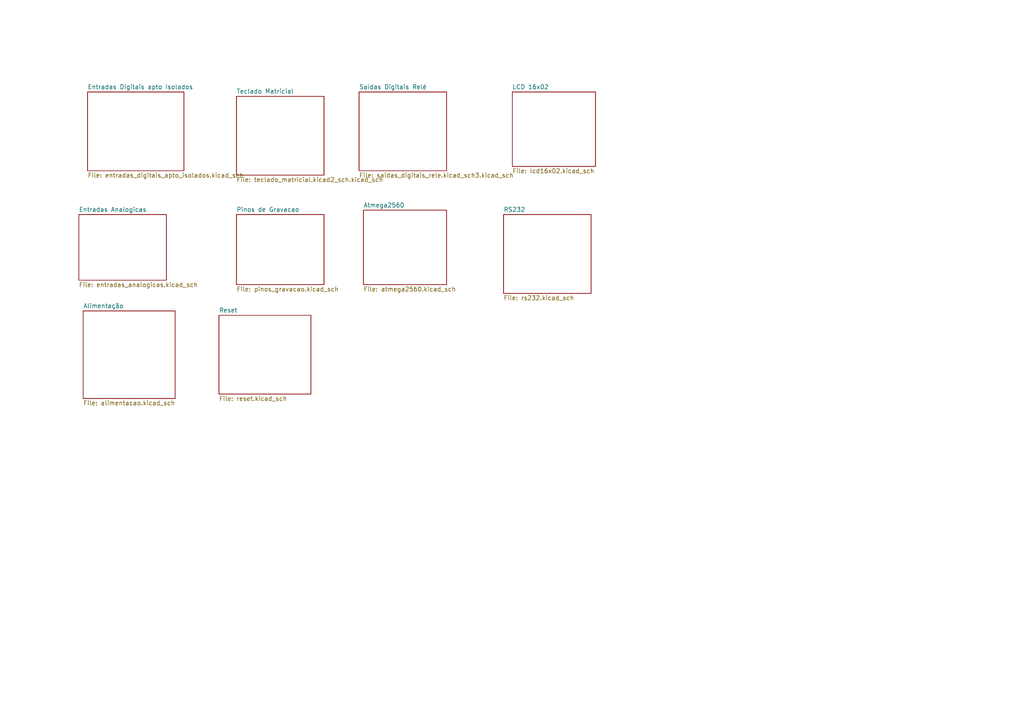
<source format=kicad_sch>
(kicad_sch
	(version 20231120)
	(generator "eeschema")
	(generator_version "8.0")
	(uuid "82998b71-606c-4e03-99b7-477e2a65cb94")
	(paper "A4")
	(lib_symbols)
	(sheet
		(at 22.86 62.23)
		(size 25.4 19.05)
		(fields_autoplaced yes)
		(stroke
			(width 0.1524)
			(type solid)
		)
		(fill
			(color 0 0 0 0.0000)
		)
		(uuid "06c87573-6664-4654-8982-153b1eeab2af")
		(property "Sheetname" "Entradas Analogicas"
			(at 22.86 61.5184 0)
			(effects
				(font
					(size 1.27 1.27)
				)
				(justify left bottom)
			)
		)
		(property "Sheetfile" "entradas_analogicas.kicad_sch"
			(at 22.86 81.8646 0)
			(effects
				(font
					(size 1.27 1.27)
				)
				(justify left top)
			)
		)
		(instances
			(project "av3"
				(path "/82998b71-606c-4e03-99b7-477e2a65cb94"
					(page "5")
				)
			)
		)
	)
	(sheet
		(at 148.59 26.67)
		(size 24.13 21.59)
		(fields_autoplaced yes)
		(stroke
			(width 0.1524)
			(type solid)
		)
		(fill
			(color 0 0 0 0.0000)
		)
		(uuid "079b7ee0-01b3-4dca-be32-b8b37521fd09")
		(property "Sheetname" "LCD 16x02"
			(at 148.59 25.9584 0)
			(effects
				(font
					(size 1.27 1.27)
				)
				(justify left bottom)
			)
		)
		(property "Sheetfile" "lcd16x02.kicad_sch"
			(at 148.59 48.8446 0)
			(effects
				(font
					(size 1.27 1.27)
				)
				(justify left top)
			)
		)
		(instances
			(project "av3"
				(path "/82998b71-606c-4e03-99b7-477e2a65cb94"
					(page "8")
				)
			)
		)
	)
	(sheet
		(at 24.13 90.17)
		(size 26.67 25.4)
		(fields_autoplaced yes)
		(stroke
			(width 0.1524)
			(type solid)
		)
		(fill
			(color 0 0 0 0.0000)
		)
		(uuid "5a7eb36d-627f-4d47-8a62-caf8a689718a")
		(property "Sheetname" "Alimentação"
			(at 24.13 89.4584 0)
			(effects
				(font
					(size 1.27 1.27)
				)
				(justify left bottom)
			)
		)
		(property "Sheetfile" "alimentacao.kicad_sch"
			(at 24.13 116.1546 0)
			(effects
				(font
					(size 1.27 1.27)
				)
				(justify left top)
			)
		)
		(instances
			(project "av3"
				(path "/82998b71-606c-4e03-99b7-477e2a65cb94"
					(page "10")
				)
			)
		)
	)
	(sheet
		(at 68.58 27.94)
		(size 25.4 22.86)
		(fields_autoplaced yes)
		(stroke
			(width 0.1524)
			(type solid)
		)
		(fill
			(color 0 0 0 0.0000)
		)
		(uuid "93efd14b-15b4-4ad0-945d-8c6626c8e4c1")
		(property "Sheetname" "Teclado Matricial"
			(at 68.58 27.2284 0)
			(effects
				(font
					(size 1.27 1.27)
				)
				(justify left bottom)
			)
		)
		(property "Sheetfile" "teclado_matricial.kicad2_sch.kicad_sch"
			(at 68.58 51.3846 0)
			(effects
				(font
					(size 1.27 1.27)
				)
				(justify left top)
			)
		)
		(instances
			(project "av3"
				(path "/82998b71-606c-4e03-99b7-477e2a65cb94"
					(page "3")
				)
			)
		)
	)
	(sheet
		(at 146.05 62.23)
		(size 25.4 22.86)
		(fields_autoplaced yes)
		(stroke
			(width 0.1524)
			(type solid)
		)
		(fill
			(color 0 0 0 0.0000)
		)
		(uuid "99ed4151-0889-4591-936c-afdf281a07a2")
		(property "Sheetname" "RS232"
			(at 146.05 61.5184 0)
			(effects
				(font
					(size 1.27 1.27)
				)
				(justify left bottom)
			)
		)
		(property "Sheetfile" "rs232.kicad_sch"
			(at 146.05 85.6746 0)
			(effects
				(font
					(size 1.27 1.27)
				)
				(justify left top)
			)
		)
		(instances
			(project "av3"
				(path "/82998b71-606c-4e03-99b7-477e2a65cb94"
					(page "9")
				)
			)
		)
	)
	(sheet
		(at 105.41 60.96)
		(size 24.13 21.59)
		(fields_autoplaced yes)
		(stroke
			(width 0.1524)
			(type solid)
		)
		(fill
			(color 0 0 0 0.0000)
		)
		(uuid "a11288ef-de27-492e-b20f-7cae37fe8404")
		(property "Sheetname" "Atmega2560"
			(at 105.41 60.2484 0)
			(effects
				(font
					(size 1.27 1.27)
				)
				(justify left bottom)
			)
		)
		(property "Sheetfile" "atmega2560.kicad_sch"
			(at 105.41 83.1346 0)
			(effects
				(font
					(size 1.27 1.27)
				)
				(justify left top)
			)
		)
		(instances
			(project "av3"
				(path "/82998b71-606c-4e03-99b7-477e2a65cb94"
					(page "7")
				)
			)
		)
	)
	(sheet
		(at 63.5 91.44)
		(size 26.67 22.86)
		(fields_autoplaced yes)
		(stroke
			(width 0.1524)
			(type solid)
		)
		(fill
			(color 0 0 0 0.0000)
		)
		(uuid "a6c953df-19a8-4345-bb61-859f2ba9ba76")
		(property "Sheetname" "Reset"
			(at 63.5 90.7284 0)
			(effects
				(font
					(size 1.27 1.27)
				)
				(justify left bottom)
			)
		)
		(property "Sheetfile" "reset.kicad_sch"
			(at 63.5 114.8846 0)
			(effects
				(font
					(size 1.27 1.27)
				)
				(justify left top)
			)
		)
		(instances
			(project "av3"
				(path "/82998b71-606c-4e03-99b7-477e2a65cb94"
					(page "11")
				)
			)
		)
	)
	(sheet
		(at 104.14 26.67)
		(size 25.4 22.86)
		(fields_autoplaced yes)
		(stroke
			(width 0.1524)
			(type solid)
		)
		(fill
			(color 0 0 0 0.0000)
		)
		(uuid "c7bd8d38-ffb1-4115-b8fb-3437ffab9c35")
		(property "Sheetname" "Saídas Digitais Relé"
			(at 104.14 25.9584 0)
			(effects
				(font
					(size 1.27 1.27)
				)
				(justify left bottom)
			)
		)
		(property "Sheetfile" "saidas_digitais_rele.kicad_sch3.kicad_sch"
			(at 104.14 50.1146 0)
			(effects
				(font
					(size 1.27 1.27)
				)
				(justify left top)
			)
		)
		(instances
			(project "av3"
				(path "/82998b71-606c-4e03-99b7-477e2a65cb94"
					(page "4")
				)
			)
		)
	)
	(sheet
		(at 25.4 26.67)
		(size 27.94 22.86)
		(fields_autoplaced yes)
		(stroke
			(width 0.1524)
			(type solid)
		)
		(fill
			(color 0 0 0 0.0000)
		)
		(uuid "e435d5f1-a5bd-4558-bcfe-eb0eb4fdd2ed")
		(property "Sheetname" "Entradas Digitais apto Isolados"
			(at 25.4 25.9584 0)
			(effects
				(font
					(size 1.27 1.27)
				)
				(justify left bottom)
			)
		)
		(property "Sheetfile" "entradas_digitais_apto_isolados.kicad_sch"
			(at 25.4 50.1146 0)
			(effects
				(font
					(size 1.27 1.27)
				)
				(justify left top)
			)
		)
		(instances
			(project "av3"
				(path "/82998b71-606c-4e03-99b7-477e2a65cb94"
					(page "2")
				)
			)
		)
	)
	(sheet
		(at 68.58 62.23)
		(size 25.4 20.32)
		(fields_autoplaced yes)
		(stroke
			(width 0.1524)
			(type solid)
		)
		(fill
			(color 0 0 0 0.0000)
		)
		(uuid "f171beb6-5f8e-4da6-bc78-acb2437bd512")
		(property "Sheetname" "Pinos de Gravacao"
			(at 68.58 61.5184 0)
			(effects
				(font
					(size 1.27 1.27)
				)
				(justify left bottom)
			)
		)
		(property "Sheetfile" "pinos_gravacao.kicad_sch"
			(at 68.58 83.1346 0)
			(effects
				(font
					(size 1.27 1.27)
				)
				(justify left top)
			)
		)
		(instances
			(project "av3"
				(path "/82998b71-606c-4e03-99b7-477e2a65cb94"
					(page "6")
				)
			)
		)
	)
	(sheet_instances
		(path "/"
			(page "1")
		)
	)
)
</source>
